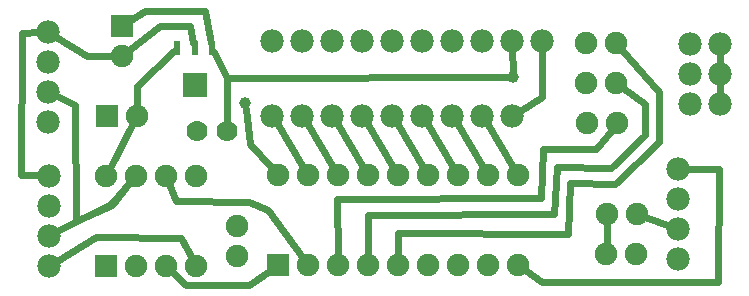
<source format=gtl>
G04 MADE WITH FRITZING*
G04 WWW.FRITZING.ORG*
G04 DOUBLE SIDED*
G04 HOLES PLATED*
G04 CONTOUR ON CENTER OF CONTOUR VECTOR*
%ASAXBY*%
%FSLAX23Y23*%
%MOIN*%
%OFA0B0*%
%SFA1.0B1.0*%
%ADD10C,0.039370*%
%ADD11C,0.075000*%
%ADD12C,0.070000*%
%ADD13C,0.078000*%
%ADD14C,0.078007*%
%ADD15R,0.075000X0.075000*%
%ADD16R,0.022835X0.047244*%
%ADD17R,0.078740X0.078740*%
%ADD18C,0.024000*%
%LNCOPPER1*%
G90*
G70*
G54D10*
X810Y635D03*
X1702Y721D03*
G54D11*
X919Y96D03*
X1019Y96D03*
X1119Y96D03*
X1219Y96D03*
X1319Y96D03*
X1419Y96D03*
X1519Y96D03*
X1619Y96D03*
X1719Y96D03*
X1719Y396D03*
X1619Y396D03*
X1519Y396D03*
X1419Y396D03*
X1319Y396D03*
X1219Y396D03*
X1119Y396D03*
X1019Y396D03*
X919Y396D03*
X401Y893D03*
X401Y793D03*
X351Y593D03*
X451Y593D03*
X346Y93D03*
X346Y393D03*
X446Y93D03*
X446Y393D03*
X546Y93D03*
X546Y393D03*
X646Y93D03*
X646Y393D03*
G54D12*
X751Y543D03*
X651Y543D03*
G54D11*
X2015Y133D03*
X2115Y133D03*
X2017Y265D03*
X2117Y265D03*
G54D13*
X1801Y843D03*
X1701Y843D03*
X1601Y843D03*
X1501Y843D03*
X1401Y843D03*
X1301Y843D03*
X1201Y843D03*
X1101Y843D03*
X1001Y843D03*
X901Y843D03*
G54D11*
X783Y125D03*
X783Y225D03*
G54D14*
X1701Y593D03*
X1601Y593D03*
X1501Y593D03*
X1401Y593D03*
X1301Y593D03*
X1201Y593D03*
X1101Y593D03*
X1001Y593D03*
X901Y593D03*
G54D11*
X2051Y567D03*
X1951Y567D03*
X2046Y836D03*
X1946Y836D03*
X2046Y703D03*
X1946Y703D03*
G54D13*
X2392Y633D03*
X2392Y733D03*
X2392Y833D03*
X2392Y633D03*
X2392Y733D03*
X2392Y833D03*
X2292Y833D03*
X2292Y733D03*
X2292Y633D03*
X2255Y414D03*
X2255Y314D03*
X2255Y214D03*
X2255Y114D03*
X157Y93D03*
X157Y193D03*
X157Y293D03*
X157Y393D03*
X155Y571D03*
X155Y671D03*
X155Y771D03*
X155Y871D03*
G54D15*
X919Y96D03*
X401Y893D03*
X351Y593D03*
X346Y93D03*
G54D16*
X701Y818D03*
X642Y818D03*
X583Y818D03*
G54D17*
X642Y696D03*
G54D18*
X1217Y567D02*
X1304Y420D01*
D02*
X1117Y567D02*
X1204Y420D01*
D02*
X1017Y567D02*
X1104Y420D01*
D02*
X917Y567D02*
X1004Y420D01*
D02*
X824Y27D02*
X612Y27D01*
D02*
X612Y27D02*
X566Y73D01*
D02*
X896Y79D02*
X824Y27D01*
D02*
X1617Y567D02*
X1704Y420D01*
D02*
X1517Y567D02*
X1604Y420D01*
D02*
X1417Y567D02*
X1504Y420D01*
D02*
X1317Y567D02*
X1404Y420D01*
D02*
X2029Y417D02*
X1851Y421D01*
D02*
X1981Y483D02*
X1804Y483D01*
D02*
X1804Y483D02*
X1797Y317D01*
D02*
X1851Y421D02*
X1839Y264D01*
D02*
X2143Y633D02*
X2145Y527D01*
D02*
X2145Y527D02*
X2029Y417D01*
D02*
X1839Y264D02*
X1219Y261D01*
D02*
X1219Y261D02*
X1219Y124D01*
D02*
X2070Y686D02*
X2143Y633D01*
D02*
X1797Y317D02*
X1118Y314D01*
D02*
X1118Y314D02*
X1119Y124D01*
D02*
X2033Y545D02*
X1981Y483D01*
D02*
X246Y241D02*
X243Y629D01*
D02*
X367Y296D02*
X246Y241D01*
D02*
X243Y629D02*
X182Y658D01*
D02*
X428Y371D02*
X367Y296D01*
D02*
X827Y497D02*
X900Y417D01*
D02*
X1886Y198D02*
X1319Y201D01*
D02*
X812Y616D02*
X827Y497D01*
D02*
X1894Y367D02*
X1886Y198D01*
D02*
X2043Y364D02*
X1894Y367D01*
D02*
X2191Y505D02*
X2043Y364D01*
D02*
X2189Y673D02*
X2191Y505D01*
D02*
X1319Y201D02*
X1319Y124D01*
D02*
X2065Y814D02*
X2189Y673D01*
D02*
X886Y278D02*
X823Y306D01*
D02*
X580Y307D02*
X556Y366D01*
D02*
X823Y306D02*
X580Y307D01*
D02*
X1002Y119D02*
X886Y278D01*
D02*
X1800Y656D02*
X1727Y609D01*
D02*
X1801Y813D02*
X1800Y656D01*
D02*
X1800Y37D02*
X1742Y79D01*
D02*
X2386Y37D02*
X1800Y37D01*
D02*
X2389Y414D02*
X2386Y37D01*
D02*
X2285Y414D02*
X2389Y414D01*
D02*
X365Y297D02*
X427Y371D01*
D02*
X184Y207D02*
X365Y297D01*
D02*
X67Y868D02*
X124Y870D01*
D02*
X127Y394D02*
X65Y394D01*
D02*
X65Y394D02*
X67Y868D01*
D02*
X285Y790D02*
X180Y855D01*
D02*
X373Y792D02*
X285Y790D01*
D02*
X751Y718D02*
X751Y569D01*
D02*
X526Y892D02*
X626Y892D01*
D02*
X626Y892D02*
X638Y836D01*
D02*
X424Y811D02*
X526Y892D01*
D02*
X2016Y161D02*
X2017Y236D01*
D02*
X359Y418D02*
X438Y568D01*
D02*
X451Y692D02*
X451Y621D01*
D02*
X577Y812D02*
X451Y692D01*
D02*
X2226Y224D02*
X2144Y255D01*
D02*
X751Y718D02*
X1683Y721D01*
D02*
X477Y943D02*
X677Y943D01*
D02*
X1702Y740D02*
X1701Y813D01*
D02*
X707Y806D02*
X751Y718D01*
D02*
X425Y909D02*
X477Y943D01*
D02*
X677Y943D02*
X698Y836D01*
D02*
X2392Y703D02*
X2392Y663D01*
D02*
X2392Y803D02*
X2392Y763D01*
D02*
X315Y189D02*
X597Y184D01*
D02*
X597Y184D02*
X632Y118D01*
D02*
X183Y109D02*
X315Y189D01*
G04 End of Copper1*
M02*
</source>
